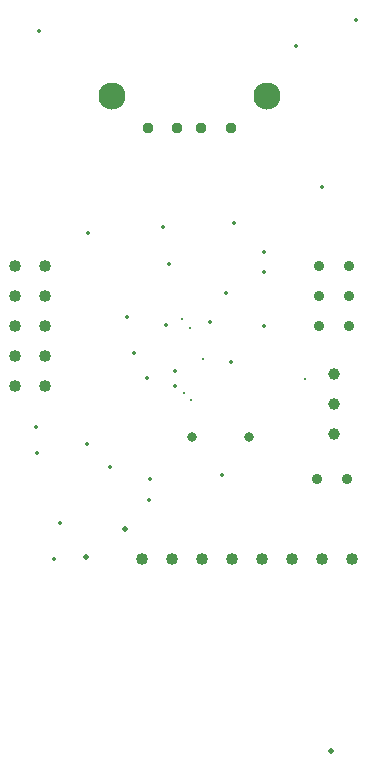
<source format=gbr>
%TF.GenerationSoftware,KiCad,Pcbnew,7.0.9*%
%TF.CreationDate,2024-03-16T10:18:05+00:00*%
%TF.ProjectId,wmk,776d6b2e-6b69-4636-9164-5f7063625858,rev?*%
%TF.SameCoordinates,Original*%
%TF.FileFunction,Plated,1,4,PTH,Drill*%
%TF.FilePolarity,Positive*%
%FSLAX46Y46*%
G04 Gerber Fmt 4.6, Leading zero omitted, Abs format (unit mm)*
G04 Created by KiCad (PCBNEW 7.0.9) date 2024-03-16 10:18:05*
%MOMM*%
%LPD*%
G01*
G04 APERTURE LIST*
%TA.AperFunction,ViaDrill*%
%ADD10C,0.300000*%
%TD*%
%TA.AperFunction,ViaDrill*%
%ADD11C,0.350000*%
%TD*%
%TA.AperFunction,ViaDrill*%
%ADD12C,0.500000*%
%TD*%
%TA.AperFunction,ComponentDrill*%
%ADD13C,0.812800*%
%TD*%
%TA.AperFunction,ComponentDrill*%
%ADD14C,0.914400*%
%TD*%
%TA.AperFunction,ComponentDrill*%
%ADD15C,0.950000*%
%TD*%
%TA.AperFunction,ComponentDrill*%
%ADD16C,1.000000*%
%TD*%
%TA.AperFunction,ComponentDrill*%
%ADD17C,1.016000*%
%TD*%
%TA.AperFunction,ComponentDrill*%
%ADD18C,2.300000*%
%TD*%
G04 APERTURE END LIST*
D10*
X147929600Y-82905600D03*
X148031200Y-89204800D03*
X148539200Y-83667600D03*
X148627844Y-89741779D03*
X149674500Y-86326084D03*
X158292800Y-87985600D03*
D11*
X135514400Y-92064900D03*
X135590600Y-94274700D03*
X135819200Y-58536900D03*
X137038400Y-103190100D03*
X137571800Y-100142100D03*
X139857800Y-93512700D03*
X139934000Y-75605700D03*
X141762800Y-95417700D03*
X143210600Y-82768500D03*
X143820200Y-85816500D03*
X144887000Y-87873900D03*
X145115600Y-98237100D03*
X145191800Y-96484500D03*
X146258600Y-75072300D03*
X146563400Y-83378100D03*
X146792000Y-78272700D03*
X147325400Y-87340500D03*
X147325400Y-88559700D03*
X150221000Y-83149500D03*
X151287800Y-96103500D03*
X151592600Y-80711100D03*
X152049800Y-86578500D03*
X152278400Y-74767500D03*
X154793000Y-83530500D03*
X154869200Y-77205900D03*
X154869200Y-78882300D03*
X157536200Y-59756100D03*
X159746000Y-71719500D03*
X162641600Y-57622500D03*
D12*
X139781600Y-103063100D03*
X143083600Y-100713600D03*
X160546100Y-119446100D03*
D13*
%TO.C,Q1*%
X148766337Y-92882875D03*
X153592337Y-92882875D03*
D14*
%TO.C,JP3*%
X159359600Y-96418400D03*
%TO.C,PROGRAMER0*%
X159501100Y-78403600D03*
X159501100Y-80943600D03*
X159501100Y-83483600D03*
%TO.C,JP3*%
X161899600Y-96418400D03*
%TO.C,PROGRAMER0*%
X162041100Y-78403600D03*
X162041100Y-80943600D03*
X162041100Y-83483600D03*
D15*
%TO.C,X1*%
X145001100Y-66713600D03*
X147501100Y-66713600D03*
X149501100Y-66713600D03*
X152001100Y-66713600D03*
D16*
%TO.C,J1*%
X160782000Y-87528400D03*
X160782000Y-90068400D03*
X160782000Y-92608400D03*
D17*
%TO.C,JP1*%
X133731100Y-78423600D03*
X133731100Y-80963600D03*
X133731100Y-83503600D03*
X133731100Y-86043600D03*
X133731100Y-88583600D03*
X136271100Y-78423600D03*
X136271100Y-80963600D03*
X136271100Y-83503600D03*
X136271100Y-86043600D03*
X136271100Y-88583600D03*
%TO.C,JP2*%
X144477431Y-103249369D03*
X147017431Y-103249369D03*
X149557431Y-103249369D03*
X152097431Y-103249369D03*
X154637431Y-103249369D03*
X157177431Y-103249369D03*
X159717431Y-103249369D03*
X162257431Y-103249369D03*
D18*
%TO.C,X1*%
X141931100Y-64003600D03*
X155071100Y-64003600D03*
M02*

</source>
